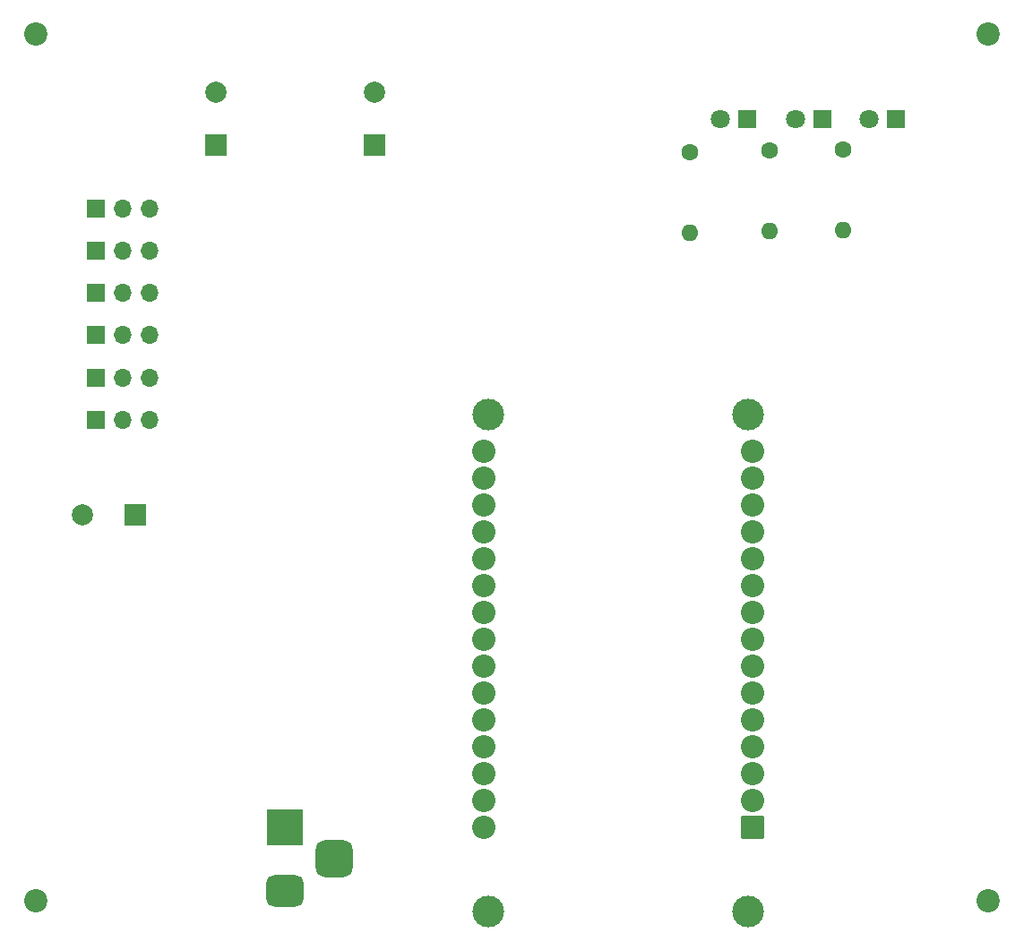
<source format=gbr>
%TF.GenerationSoftware,KiCad,Pcbnew,8.0.4*%
%TF.CreationDate,2024-09-01T22:04:34-05:00*%
%TF.ProjectId,CNC-BOT ESP32,434e432d-424f-4542-9045-535033322e6b,rev?*%
%TF.SameCoordinates,Original*%
%TF.FileFunction,Soldermask,Top*%
%TF.FilePolarity,Negative*%
%FSLAX46Y46*%
G04 Gerber Fmt 4.6, Leading zero omitted, Abs format (unit mm)*
G04 Created by KiCad (PCBNEW 8.0.4) date 2024-09-01 22:04:34*
%MOMM*%
%LPD*%
G01*
G04 APERTURE LIST*
G04 Aperture macros list*
%AMRoundRect*
0 Rectangle with rounded corners*
0 $1 Rounding radius*
0 $2 $3 $4 $5 $6 $7 $8 $9 X,Y pos of 4 corners*
0 Add a 4 corners polygon primitive as box body*
4,1,4,$2,$3,$4,$5,$6,$7,$8,$9,$2,$3,0*
0 Add four circle primitives for the rounded corners*
1,1,$1+$1,$2,$3*
1,1,$1+$1,$4,$5*
1,1,$1+$1,$6,$7*
1,1,$1+$1,$8,$9*
0 Add four rect primitives between the rounded corners*
20,1,$1+$1,$2,$3,$4,$5,0*
20,1,$1+$1,$4,$5,$6,$7,0*
20,1,$1+$1,$6,$7,$8,$9,0*
20,1,$1+$1,$8,$9,$2,$3,0*%
G04 Aperture macros list end*
%ADD10C,1.600000*%
%ADD11O,1.600000X1.600000*%
%ADD12C,2.200000*%
%ADD13R,1.700000X1.700000*%
%ADD14O,1.700000X1.700000*%
%ADD15R,1.800000X1.800000*%
%ADD16C,1.800000*%
%ADD17R,2.000000X2.000000*%
%ADD18C,2.000000*%
%ADD19C,3.000000*%
%ADD20RoundRect,0.102000X1.000000X1.000000X-1.000000X1.000000X-1.000000X-1.000000X1.000000X-1.000000X0*%
%ADD21C,2.204000*%
%ADD22R,3.500000X3.500000*%
%ADD23RoundRect,0.750000X1.000000X-0.750000X1.000000X0.750000X-1.000000X0.750000X-1.000000X-0.750000X0*%
%ADD24RoundRect,0.875000X0.875000X-0.875000X0.875000X0.875000X-0.875000X0.875000X-0.875000X-0.875000X0*%
G04 APERTURE END LIST*
D10*
%TO.C,R1*%
X175540000Y-62397500D03*
D11*
X175540000Y-70017500D03*
%TD*%
D12*
%TO.C,REF\u002A\u002A*%
X99250000Y-133500000D03*
%TD*%
D13*
%TO.C,J7*%
X104925000Y-71975000D03*
D14*
X107465000Y-71975000D03*
X110005000Y-71975000D03*
%TD*%
D15*
%TO.C,D2*%
X173540000Y-59582500D03*
D16*
X171000000Y-59582500D03*
%TD*%
D17*
%TO.C,C1*%
X131250000Y-62000000D03*
D18*
X131250000Y-57000000D03*
%TD*%
D19*
%TO.C,U1*%
X166530000Y-134475000D03*
X166530000Y-87525000D03*
X142020000Y-134475000D03*
X142020000Y-87525000D03*
D20*
X166950000Y-126515000D03*
D21*
X166950000Y-123975000D03*
X166950000Y-121435000D03*
X166950000Y-118895000D03*
X166950000Y-116355000D03*
X166950000Y-113815000D03*
X166950000Y-111275000D03*
X166950000Y-108735000D03*
X166950000Y-106195000D03*
X166950000Y-103655000D03*
X166950000Y-101115000D03*
X166950000Y-98575000D03*
X166950000Y-96035000D03*
X166950000Y-93495000D03*
X166950000Y-90955000D03*
X141550000Y-90955000D03*
X141550000Y-93495000D03*
X141550000Y-96035000D03*
X141550000Y-98575000D03*
X141550000Y-101115000D03*
X141550000Y-103655000D03*
X141550000Y-106195000D03*
X141550000Y-108735000D03*
X141550000Y-111275000D03*
X141550000Y-113815000D03*
X141550000Y-116355000D03*
X141550000Y-118895000D03*
X141550000Y-121435000D03*
X141550000Y-123975000D03*
X141550000Y-126515000D03*
%TD*%
D12*
%TO.C,*%
X189250000Y-51500000D03*
%TD*%
D10*
%TO.C,R2*%
X168540000Y-62517500D03*
D11*
X168540000Y-70137500D03*
%TD*%
D17*
%TO.C,C3*%
X108617677Y-97000000D03*
D18*
X103617677Y-97000000D03*
%TD*%
D13*
%TO.C,J5*%
X104900000Y-83975000D03*
D14*
X107440000Y-83975000D03*
X109980000Y-83975000D03*
%TD*%
D15*
%TO.C,D3*%
X166440000Y-59582500D03*
D16*
X163900000Y-59582500D03*
%TD*%
D15*
%TO.C,D1*%
X180540000Y-59582500D03*
D16*
X178000000Y-59582500D03*
%TD*%
D13*
%TO.C,J8*%
X104885000Y-67975000D03*
D14*
X107425000Y-67975000D03*
X109965000Y-67975000D03*
%TD*%
D13*
%TO.C,J6*%
X104925000Y-75975000D03*
D14*
X107465000Y-75975000D03*
X110005000Y-75975000D03*
%TD*%
D13*
%TO.C,J10*%
X104930000Y-87975000D03*
D14*
X107470000Y-87975000D03*
X110010000Y-87975000D03*
%TD*%
D10*
%TO.C,R3*%
X161040000Y-62707500D03*
D11*
X161040000Y-70327500D03*
%TD*%
D17*
%TO.C,C2*%
X116250000Y-62000000D03*
D18*
X116250000Y-57000000D03*
%TD*%
D22*
%TO.C,J2*%
X122750000Y-126500000D03*
D23*
X122750000Y-132500000D03*
D24*
X127450000Y-129500000D03*
%TD*%
D12*
%TO.C,*%
X99250000Y-51500000D03*
%TD*%
D13*
%TO.C,J9*%
X104925000Y-79975000D03*
D14*
X107465000Y-79975000D03*
X110005000Y-79975000D03*
%TD*%
D12*
%TO.C,REF\u002A\u002A*%
X189250000Y-133500000D03*
%TD*%
M02*

</source>
